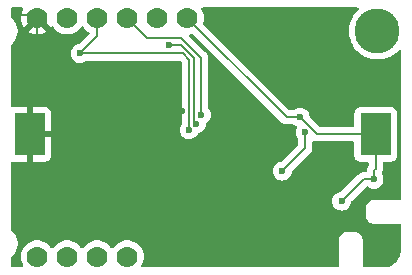
<source format=gbr>
%TF.GenerationSoftware,KiCad,Pcbnew,8.0.4*%
%TF.CreationDate,2024-08-13T11:19:50+12:00*%
%TF.ProjectId,yuzu-pcb,79757a75-2d70-4636-922e-6b696361645f,rev?*%
%TF.SameCoordinates,Original*%
%TF.FileFunction,Copper,L2,Bot*%
%TF.FilePolarity,Positive*%
%FSLAX46Y46*%
G04 Gerber Fmt 4.6, Leading zero omitted, Abs format (unit mm)*
G04 Created by KiCad (PCBNEW 8.0.4) date 2024-08-13 11:19:50*
%MOMM*%
%LPD*%
G01*
G04 APERTURE LIST*
%TA.AperFunction,ComponentPad*%
%ADD10C,1.778000*%
%TD*%
%TA.AperFunction,ComponentPad*%
%ADD11C,3.810000*%
%TD*%
%TA.AperFunction,SMDPad,CuDef*%
%ADD12R,2.600000X3.600000*%
%TD*%
%TA.AperFunction,ViaPad*%
%ADD13C,0.600000*%
%TD*%
%TA.AperFunction,Conductor*%
%ADD14C,0.200000*%
%TD*%
G04 APERTURE END LIST*
D10*
%TO.P,TP3,1,1*%
%TO.N,Net-(U1-P0.02{slash}AIN0)*%
X110780000Y-121600000D03*
%TD*%
%TO.P,TP2,1,1*%
%TO.N,Net-(U1-P0.28{slash}AIN4)*%
X108240000Y-121600000D03*
%TD*%
%TO.P,TP9,1,1*%
%TO.N,/RESET*%
X115860000Y-101400000D03*
%TD*%
%TO.P,TP4,1,1*%
%TO.N,Net-(U1-P0.29{slash}AIN5)*%
X113320000Y-121600000D03*
%TD*%
%TO.P,TP6,1,1*%
%TO.N,/SWCLK*%
X108240000Y-101400000D03*
%TD*%
%TO.P,TP1,1,1*%
%TO.N,Net-(U1-P0.03{slash}AIN1)*%
X105700000Y-121600000D03*
%TD*%
%TO.P,TP5,1,1*%
%TO.N,GND*%
X105700000Y-101400000D03*
%TD*%
D11*
%TO.P,REF\u002A\u002A,1*%
%TO.N,N/C*%
X134500000Y-102500000D03*
%TD*%
D10*
%TO.P,TP10,1,1*%
%TO.N,/nrf_VDD*%
X118400000Y-101400000D03*
%TD*%
%TO.P,TP8,1,1*%
%TO.N,/SWO*%
X113320000Y-101400000D03*
%TD*%
%TO.P,TP7,1,1*%
%TO.N,/SWDIO*%
X110780000Y-101400000D03*
%TD*%
D12*
%TO.P,BT1,1,+*%
%TO.N,/nrf_VDD*%
X134350000Y-111250000D03*
%TO.P,BT1,2,-*%
%TO.N,GND*%
X105050000Y-111250000D03*
%TD*%
D13*
%TO.N,/nrf_VDD*%
X134350000Y-111250000D03*
X134200000Y-115050000D03*
X131468329Y-116900000D03*
X127950000Y-109800000D03*
%TO.N,GND*%
X108750000Y-110250000D03*
X123240000Y-103600000D03*
X129740000Y-116350000D03*
X105240000Y-119100000D03*
X109490000Y-119100000D03*
X125990000Y-116850000D03*
X135200735Y-119549265D03*
X112250000Y-113750000D03*
X117914215Y-109250000D03*
X135750000Y-114750000D03*
%TO.N,/SCL*%
X128384098Y-111082628D03*
X126445735Y-114350000D03*
%TO.N,/SWDIO*%
X109320000Y-104400000D03*
X118555421Y-110862149D03*
%TO.N,/SWO*%
X119590000Y-109600000D03*
%TO.N,/SWCLK*%
X119170000Y-110350000D03*
X116820000Y-103650000D03*
%TD*%
D14*
%TO.N,/nrf_VDD*%
X134200000Y-114300000D02*
X134350000Y-114150000D01*
X129400000Y-111250000D02*
X134350000Y-111250000D01*
X118400000Y-101400000D02*
X126800000Y-109800000D01*
X134200000Y-115050000D02*
X134200000Y-114300000D01*
X126800000Y-109800000D02*
X127950000Y-109800000D01*
X134350000Y-114150000D02*
X134350000Y-111250000D01*
X127950000Y-109800000D02*
X129400000Y-111250000D01*
X133318329Y-115050000D02*
X134200000Y-115050000D01*
X131468329Y-116900000D02*
X133318329Y-115050000D01*
%TO.N,GND*%
X105700000Y-101400000D02*
X105700000Y-102900000D01*
X105450000Y-101150000D02*
X104200000Y-101150000D01*
X105450000Y-101150000D02*
X105700000Y-101400000D01*
%TO.N,/SCL*%
X128384098Y-112411637D02*
X126445735Y-114350000D01*
X128384098Y-111082628D02*
X128384098Y-112411637D01*
%TO.N,/SWDIO*%
X118555421Y-110862149D02*
X118570000Y-110847570D01*
X118570000Y-104920000D02*
X118050000Y-104400000D01*
X118570000Y-110847570D02*
X118570000Y-104920000D01*
X118050000Y-104400000D02*
X109320000Y-104400000D01*
X110780000Y-101400000D02*
X110780000Y-102940000D01*
X110780000Y-102940000D02*
X109320000Y-104400000D01*
%TO.N,/SWO*%
X114970000Y-103050000D02*
X113320000Y-101400000D01*
X119570000Y-109580000D02*
X119570000Y-104788628D01*
X119570000Y-104788628D02*
X117831372Y-103050000D01*
X117831372Y-103050000D02*
X114970000Y-103050000D01*
X119590000Y-109600000D02*
X119570000Y-109580000D01*
%TO.N,/SWCLK*%
X118990000Y-110170000D02*
X118990000Y-104774314D01*
X117865686Y-103650000D02*
X116820000Y-103650000D01*
X118990000Y-104774314D02*
X117865686Y-103650000D01*
X119170000Y-110350000D02*
X118990000Y-110170000D01*
%TD*%
%TA.AperFunction,Conductor*%
%TO.N,GND*%
G36*
X104466412Y-100520185D02*
G01*
X104512167Y-100572989D01*
X104522111Y-100642147D01*
X104503182Y-100692321D01*
X104474224Y-100736644D01*
X104381757Y-100947446D01*
X104325249Y-101170591D01*
X104325247Y-101170603D01*
X104306240Y-101399994D01*
X104306240Y-101400005D01*
X104325247Y-101629396D01*
X104325249Y-101629408D01*
X104381757Y-101852553D01*
X104474223Y-102063352D01*
X104556760Y-102189684D01*
X105217036Y-101529407D01*
X105234075Y-101592993D01*
X105299901Y-101707007D01*
X105392993Y-101800099D01*
X105507007Y-101865925D01*
X105570590Y-101882962D01*
X104909040Y-102544512D01*
X104909040Y-102544514D01*
X104937677Y-102566803D01*
X104937683Y-102566807D01*
X105140131Y-102676367D01*
X105140140Y-102676370D01*
X105357849Y-102751110D01*
X105584905Y-102789000D01*
X105815095Y-102789000D01*
X106042150Y-102751110D01*
X106259859Y-102676370D01*
X106259868Y-102676367D01*
X106462315Y-102566807D01*
X106462316Y-102566806D01*
X106490958Y-102544513D01*
X106490959Y-102544511D01*
X105829410Y-101882962D01*
X105892993Y-101865925D01*
X106007007Y-101800099D01*
X106100099Y-101707007D01*
X106165925Y-101592993D01*
X106182962Y-101529409D01*
X106843238Y-102189685D01*
X106865892Y-102155012D01*
X106919038Y-102109656D01*
X106988269Y-102100232D01*
X107051605Y-102129734D01*
X107073509Y-102155013D01*
X107139728Y-102256370D01*
X107139731Y-102256373D01*
X107295692Y-102425792D01*
X107391027Y-102499994D01*
X107476868Y-102566807D01*
X107477411Y-102567229D01*
X107679931Y-102676828D01*
X107793025Y-102715653D01*
X107897725Y-102751597D01*
X107897727Y-102751597D01*
X107897729Y-102751598D01*
X108124863Y-102789500D01*
X108124864Y-102789500D01*
X108355136Y-102789500D01*
X108355137Y-102789500D01*
X108582271Y-102751598D01*
X108583693Y-102751110D01*
X108590662Y-102748717D01*
X108800069Y-102676828D01*
X109002589Y-102567229D01*
X109184308Y-102425792D01*
X109340269Y-102256373D01*
X109378460Y-102197918D01*
X109406191Y-102155472D01*
X109459337Y-102110115D01*
X109528569Y-102100691D01*
X109591905Y-102130193D01*
X109613809Y-102155472D01*
X109679728Y-102256370D01*
X109679731Y-102256373D01*
X109835692Y-102425792D01*
X109931027Y-102499994D01*
X110016868Y-102566807D01*
X110017411Y-102567229D01*
X110056813Y-102588552D01*
X110106402Y-102637769D01*
X110121512Y-102705985D01*
X110097342Y-102771541D01*
X110085476Y-102785287D01*
X109301465Y-103569298D01*
X109240142Y-103602783D01*
X109227668Y-103604837D01*
X109140750Y-103614630D01*
X108970478Y-103674210D01*
X108817737Y-103770184D01*
X108690184Y-103897737D01*
X108594211Y-104050476D01*
X108534631Y-104220745D01*
X108534630Y-104220750D01*
X108514435Y-104399996D01*
X108514435Y-104400003D01*
X108534630Y-104579249D01*
X108534631Y-104579254D01*
X108594211Y-104749523D01*
X108668381Y-104867563D01*
X108690184Y-104902262D01*
X108817738Y-105029816D01*
X108970478Y-105125789D01*
X109093211Y-105168735D01*
X109140745Y-105185368D01*
X109140750Y-105185369D01*
X109319996Y-105205565D01*
X109320000Y-105205565D01*
X109320004Y-105205565D01*
X109499249Y-105185369D01*
X109499252Y-105185368D01*
X109499255Y-105185368D01*
X109669522Y-105125789D01*
X109822262Y-105029816D01*
X109822267Y-105029810D01*
X109825097Y-105027555D01*
X109827275Y-105026665D01*
X109828158Y-105026111D01*
X109828255Y-105026265D01*
X109889783Y-105001145D01*
X109902412Y-105000500D01*
X117749903Y-105000500D01*
X117816942Y-105020185D01*
X117837584Y-105036819D01*
X117933181Y-105132416D01*
X117966666Y-105193739D01*
X117969500Y-105220097D01*
X117969500Y-110264630D01*
X117949815Y-110331669D01*
X117933181Y-110352311D01*
X117925605Y-110359886D01*
X117829632Y-110512625D01*
X117770052Y-110682894D01*
X117770051Y-110682899D01*
X117749856Y-110862145D01*
X117749856Y-110862152D01*
X117770051Y-111041398D01*
X117770052Y-111041403D01*
X117829632Y-111211672D01*
X117861182Y-111261883D01*
X117925605Y-111364411D01*
X118053159Y-111491965D01*
X118065947Y-111500000D01*
X118201049Y-111584891D01*
X118205899Y-111587938D01*
X118280969Y-111614206D01*
X118376166Y-111647517D01*
X118376171Y-111647518D01*
X118555417Y-111667714D01*
X118555421Y-111667714D01*
X118555425Y-111667714D01*
X118734670Y-111647518D01*
X118734673Y-111647517D01*
X118734676Y-111647517D01*
X118904943Y-111587938D01*
X119057683Y-111491965D01*
X119185237Y-111364411D01*
X119281210Y-111211671D01*
X119282415Y-111208226D01*
X119283798Y-111206297D01*
X119284233Y-111205395D01*
X119284390Y-111205471D01*
X119323131Y-111151448D01*
X119358503Y-111132131D01*
X119519522Y-111075789D01*
X119672262Y-110979816D01*
X119799816Y-110852262D01*
X119895789Y-110699522D01*
X119955368Y-110529255D01*
X119974561Y-110358909D01*
X120001627Y-110294496D01*
X120031805Y-110267802D01*
X120092262Y-110229816D01*
X120219816Y-110102262D01*
X120315789Y-109949522D01*
X120375368Y-109779255D01*
X120378576Y-109750784D01*
X120395565Y-109600003D01*
X120395565Y-109599996D01*
X120375369Y-109420750D01*
X120375368Y-109420745D01*
X120332326Y-109297738D01*
X120315789Y-109250478D01*
X120219816Y-109097738D01*
X120206819Y-109084741D01*
X120173334Y-109023418D01*
X120170500Y-108997060D01*
X120170500Y-104709571D01*
X120169145Y-104704512D01*
X120169145Y-104704511D01*
X120135582Y-104579254D01*
X120129577Y-104556843D01*
X120084667Y-104479057D01*
X120050520Y-104419912D01*
X119938716Y-104308108D01*
X119938715Y-104308107D01*
X119934385Y-104303777D01*
X119934374Y-104303767D01*
X118604036Y-102973429D01*
X118570551Y-102912106D01*
X118575535Y-102842414D01*
X118617407Y-102786481D01*
X118671307Y-102763439D01*
X118713070Y-102756470D01*
X118742267Y-102751599D01*
X118742268Y-102751598D01*
X118742271Y-102751598D01*
X118788239Y-102735816D01*
X118858034Y-102732666D01*
X118916182Y-102765417D01*
X126315139Y-110164374D01*
X126315149Y-110164385D01*
X126319479Y-110168715D01*
X126319480Y-110168716D01*
X126431284Y-110280520D01*
X126504630Y-110322866D01*
X126568215Y-110359577D01*
X126720943Y-110400501D01*
X126720946Y-110400501D01*
X126886653Y-110400501D01*
X126886669Y-110400500D01*
X127367588Y-110400500D01*
X127434627Y-110420185D01*
X127444903Y-110427555D01*
X127447736Y-110429814D01*
X127447738Y-110429816D01*
X127530507Y-110481823D01*
X127600477Y-110525789D01*
X127607905Y-110528388D01*
X127664682Y-110569109D01*
X127690430Y-110634062D01*
X127676974Y-110702623D01*
X127671946Y-110711401D01*
X127658310Y-110733102D01*
X127598729Y-110903373D01*
X127598728Y-110903378D01*
X127578533Y-111082624D01*
X127578533Y-111082631D01*
X127598728Y-111261877D01*
X127598729Y-111261882D01*
X127658309Y-111432151D01*
X127754283Y-111584891D01*
X127756543Y-111587725D01*
X127757432Y-111589903D01*
X127757987Y-111590786D01*
X127757832Y-111590883D01*
X127782953Y-111652411D01*
X127783598Y-111665040D01*
X127783598Y-112111539D01*
X127763913Y-112178578D01*
X127747279Y-112199220D01*
X126427200Y-113519298D01*
X126365877Y-113552783D01*
X126353403Y-113554837D01*
X126266485Y-113564630D01*
X126096213Y-113624210D01*
X125943472Y-113720184D01*
X125815919Y-113847737D01*
X125719946Y-114000476D01*
X125660366Y-114170745D01*
X125660365Y-114170750D01*
X125640170Y-114349996D01*
X125640170Y-114350003D01*
X125660365Y-114529249D01*
X125660366Y-114529254D01*
X125719946Y-114699523D01*
X125815919Y-114852262D01*
X125943473Y-114979816D01*
X126096213Y-115075789D01*
X126266480Y-115135368D01*
X126266485Y-115135369D01*
X126445731Y-115155565D01*
X126445735Y-115155565D01*
X126445739Y-115155565D01*
X126624984Y-115135369D01*
X126624987Y-115135368D01*
X126624990Y-115135368D01*
X126795257Y-115075789D01*
X126947997Y-114979816D01*
X127075551Y-114852262D01*
X127171524Y-114699522D01*
X127231103Y-114529255D01*
X127240896Y-114442329D01*
X127267961Y-114377918D01*
X127276425Y-114368543D01*
X128752811Y-112892158D01*
X128752814Y-112892157D01*
X128864618Y-112780353D01*
X128914737Y-112693541D01*
X128943675Y-112643422D01*
X128984598Y-112490695D01*
X128984598Y-112332580D01*
X128984598Y-111918339D01*
X129004283Y-111851300D01*
X129057087Y-111805545D01*
X129126245Y-111795601D01*
X129160320Y-111807395D01*
X129160706Y-111806466D01*
X129168214Y-111809576D01*
X129168216Y-111809577D01*
X129320943Y-111850501D01*
X129320945Y-111850501D01*
X129486654Y-111850501D01*
X129486670Y-111850500D01*
X132425501Y-111850500D01*
X132492540Y-111870185D01*
X132538295Y-111922989D01*
X132549501Y-111974500D01*
X132549501Y-113097876D01*
X132555908Y-113157483D01*
X132606202Y-113292328D01*
X132606206Y-113292335D01*
X132692452Y-113407544D01*
X132692455Y-113407547D01*
X132807664Y-113493793D01*
X132807671Y-113493797D01*
X132852618Y-113510561D01*
X132942517Y-113544091D01*
X133002127Y-113550500D01*
X133625500Y-113550499D01*
X133692539Y-113570183D01*
X133738294Y-113622987D01*
X133749500Y-113674499D01*
X133749500Y-113850069D01*
X133729815Y-113917108D01*
X133723875Y-113925557D01*
X133719480Y-113931284D01*
X133690613Y-113981284D01*
X133640423Y-114068215D01*
X133599499Y-114220943D01*
X133599499Y-114220945D01*
X133599499Y-114325500D01*
X133579814Y-114392539D01*
X133527010Y-114438294D01*
X133475499Y-114449500D01*
X133397386Y-114449500D01*
X133239272Y-114449500D01*
X133086544Y-114490423D01*
X133086543Y-114490423D01*
X133086541Y-114490424D01*
X133086538Y-114490425D01*
X133051395Y-114510716D01*
X133051393Y-114510717D01*
X132949619Y-114569475D01*
X132949611Y-114569481D01*
X132837807Y-114681286D01*
X131449794Y-116069298D01*
X131388471Y-116102783D01*
X131375997Y-116104837D01*
X131289079Y-116114630D01*
X131118807Y-116174210D01*
X130966066Y-116270184D01*
X130838513Y-116397737D01*
X130742540Y-116550476D01*
X130682960Y-116720745D01*
X130682959Y-116720750D01*
X130662764Y-116899996D01*
X130662764Y-116900003D01*
X130682959Y-117079249D01*
X130682960Y-117079254D01*
X130742540Y-117249523D01*
X130771538Y-117295672D01*
X130838513Y-117402262D01*
X130966067Y-117529816D01*
X131118807Y-117625789D01*
X131171177Y-117644114D01*
X131289074Y-117685368D01*
X131289079Y-117685369D01*
X131468325Y-117705565D01*
X131468329Y-117705565D01*
X131468333Y-117705565D01*
X131647578Y-117685369D01*
X131647581Y-117685368D01*
X131647584Y-117685368D01*
X131817851Y-117625789D01*
X131970591Y-117529816D01*
X132098145Y-117402262D01*
X132194118Y-117249522D01*
X132253697Y-117079255D01*
X132263490Y-116992329D01*
X132290555Y-116927918D01*
X132299019Y-116918543D01*
X133530375Y-115687188D01*
X133591696Y-115653705D01*
X133661388Y-115658689D01*
X133695374Y-115677930D01*
X133697734Y-115679812D01*
X133697738Y-115679816D01*
X133850478Y-115775789D01*
X134020745Y-115835368D01*
X134020750Y-115835369D01*
X134199996Y-115855565D01*
X134200000Y-115855565D01*
X134200004Y-115855565D01*
X134379249Y-115835369D01*
X134379252Y-115835368D01*
X134379255Y-115835368D01*
X134549522Y-115775789D01*
X134702262Y-115679816D01*
X134829816Y-115552262D01*
X134925789Y-115399522D01*
X134985368Y-115229255D01*
X134993671Y-115155565D01*
X135005565Y-115050003D01*
X135005565Y-115049996D01*
X134985369Y-114870750D01*
X134985368Y-114870745D01*
X134925789Y-114700478D01*
X134861201Y-114597688D01*
X134842202Y-114530453D01*
X134858807Y-114469720D01*
X134899349Y-114399500D01*
X134909577Y-114381785D01*
X134950501Y-114229057D01*
X134950501Y-114070943D01*
X134950501Y-114063348D01*
X134950500Y-114063330D01*
X134950500Y-113674499D01*
X134970185Y-113607460D01*
X135022989Y-113561705D01*
X135074500Y-113550499D01*
X135697871Y-113550499D01*
X135697872Y-113550499D01*
X135757483Y-113544091D01*
X135892331Y-113493796D01*
X136007546Y-113407546D01*
X136093796Y-113292331D01*
X136144091Y-113157483D01*
X136150500Y-113097873D01*
X136150499Y-109402128D01*
X136144091Y-109342517D01*
X136093884Y-109207906D01*
X136093797Y-109207671D01*
X136093793Y-109207664D01*
X136007547Y-109092455D01*
X136007544Y-109092452D01*
X135892335Y-109006206D01*
X135892328Y-109006202D01*
X135757482Y-108955908D01*
X135757483Y-108955908D01*
X135697883Y-108949501D01*
X135697881Y-108949500D01*
X135697873Y-108949500D01*
X135697864Y-108949500D01*
X133002129Y-108949500D01*
X133002123Y-108949501D01*
X132942516Y-108955908D01*
X132807671Y-109006202D01*
X132807664Y-109006206D01*
X132692455Y-109092452D01*
X132692452Y-109092455D01*
X132606206Y-109207664D01*
X132606202Y-109207671D01*
X132555908Y-109342517D01*
X132549501Y-109402116D01*
X132549501Y-109402123D01*
X132549500Y-109402135D01*
X132549500Y-110525500D01*
X132529815Y-110592539D01*
X132477011Y-110638294D01*
X132425500Y-110649500D01*
X129700098Y-110649500D01*
X129633059Y-110629815D01*
X129612417Y-110613181D01*
X128780700Y-109781465D01*
X128747215Y-109720142D01*
X128745163Y-109707686D01*
X128735368Y-109620745D01*
X128675789Y-109450478D01*
X128579816Y-109297738D01*
X128452262Y-109170184D01*
X128441117Y-109163181D01*
X128299523Y-109074211D01*
X128129254Y-109014631D01*
X128129249Y-109014630D01*
X127950004Y-108994435D01*
X127949996Y-108994435D01*
X127770750Y-109014630D01*
X127770745Y-109014631D01*
X127600476Y-109074211D01*
X127447736Y-109170185D01*
X127444903Y-109172445D01*
X127442724Y-109173334D01*
X127441842Y-109173889D01*
X127441744Y-109173734D01*
X127380217Y-109198855D01*
X127367588Y-109199500D01*
X127100097Y-109199500D01*
X127033058Y-109179815D01*
X127012416Y-109163181D01*
X119765150Y-101915915D01*
X119731665Y-101854592D01*
X119732625Y-101797794D01*
X119743828Y-101753553D01*
X119775246Y-101629488D01*
X119785192Y-101509461D01*
X119794262Y-101400005D01*
X119794262Y-101399994D01*
X119777652Y-101199552D01*
X119775246Y-101170512D01*
X119718717Y-100947284D01*
X119626217Y-100736405D01*
X119612162Y-100714892D01*
X119597416Y-100692321D01*
X119577228Y-100625431D01*
X119596409Y-100558246D01*
X119648868Y-100512096D01*
X119701225Y-100500500D01*
X132802061Y-100500500D01*
X132869100Y-100520185D01*
X132914855Y-100572989D01*
X132924799Y-100642147D01*
X132895774Y-100705703D01*
X132886945Y-100714892D01*
X132743001Y-100850064D01*
X132550058Y-101083291D01*
X132387880Y-101338844D01*
X132259000Y-101612728D01*
X132165468Y-101900589D01*
X132108749Y-102197918D01*
X132108748Y-102197925D01*
X132089744Y-102499994D01*
X132089744Y-102500005D01*
X132108748Y-102802074D01*
X132108749Y-102802081D01*
X132165468Y-103099410D01*
X132229642Y-103296916D01*
X132259001Y-103387274D01*
X132387877Y-103661150D01*
X132387879Y-103661153D01*
X132387880Y-103661155D01*
X132550058Y-103916708D01*
X132550061Y-103916712D01*
X132550062Y-103916713D01*
X132742999Y-104149934D01*
X132911438Y-104308108D01*
X132963643Y-104357132D01*
X132963653Y-104357140D01*
X133208508Y-104535038D01*
X133208513Y-104535040D01*
X133208520Y-104535046D01*
X133473763Y-104680865D01*
X133473768Y-104680867D01*
X133473770Y-104680868D01*
X133473771Y-104680869D01*
X133755186Y-104792289D01*
X133755189Y-104792290D01*
X134048359Y-104867563D01*
X134048363Y-104867564D01*
X134111360Y-104875522D01*
X134348647Y-104905499D01*
X134348656Y-104905499D01*
X134348659Y-104905500D01*
X134348661Y-104905500D01*
X134651339Y-104905500D01*
X134651341Y-104905500D01*
X134651344Y-104905499D01*
X134651352Y-104905499D01*
X134830539Y-104882862D01*
X134951637Y-104867564D01*
X135244810Y-104792290D01*
X135244813Y-104792289D01*
X135526228Y-104680869D01*
X135526229Y-104680868D01*
X135526227Y-104680868D01*
X135526237Y-104680865D01*
X135791480Y-104535046D01*
X136036355Y-104357134D01*
X136257001Y-104149934D01*
X136279956Y-104122185D01*
X136337855Y-104083078D01*
X136407707Y-104081482D01*
X136467333Y-104117903D01*
X136497802Y-104180778D01*
X136499500Y-104201226D01*
X136499500Y-116675500D01*
X136479815Y-116742539D01*
X136427011Y-116788294D01*
X136375500Y-116799500D01*
X134131005Y-116799500D01*
X133995677Y-116826418D01*
X133995667Y-116826421D01*
X133868195Y-116879221D01*
X133868182Y-116879228D01*
X133753458Y-116955885D01*
X133753454Y-116955888D01*
X133655888Y-117053454D01*
X133655885Y-117053458D01*
X133579228Y-117168182D01*
X133579221Y-117168195D01*
X133526421Y-117295667D01*
X133526418Y-117295677D01*
X133499500Y-117431004D01*
X133499500Y-117431007D01*
X133499500Y-117434108D01*
X133499500Y-118034108D01*
X133499500Y-118100000D01*
X133499500Y-118168993D01*
X133499500Y-118168995D01*
X133499499Y-118168995D01*
X133526418Y-118304322D01*
X133526421Y-118304332D01*
X133579221Y-118431804D01*
X133579228Y-118431817D01*
X133655885Y-118546541D01*
X133655888Y-118546545D01*
X133753454Y-118644111D01*
X133753458Y-118644114D01*
X133868182Y-118720771D01*
X133868195Y-118720778D01*
X133995667Y-118773578D01*
X133995672Y-118773580D01*
X133995676Y-118773580D01*
X133995677Y-118773581D01*
X134131004Y-118800500D01*
X134131007Y-118800500D01*
X134134108Y-118800500D01*
X136375500Y-118800500D01*
X136442539Y-118820185D01*
X136488294Y-118872989D01*
X136499500Y-118924500D01*
X136499500Y-120995572D01*
X136499184Y-121004419D01*
X136484869Y-121204557D01*
X136482351Y-121222068D01*
X136440646Y-121413787D01*
X136435662Y-121430763D01*
X136367090Y-121614609D01*
X136359740Y-121630701D01*
X136265711Y-121802904D01*
X136256146Y-121817789D01*
X136138558Y-121974867D01*
X136126972Y-121988237D01*
X135988237Y-122126972D01*
X135974867Y-122138558D01*
X135817789Y-122256146D01*
X135802904Y-122265711D01*
X135630701Y-122359740D01*
X135614609Y-122367090D01*
X135430763Y-122435662D01*
X135413787Y-122440646D01*
X135222068Y-122482351D01*
X135204557Y-122484869D01*
X135023779Y-122497799D01*
X135004417Y-122499184D01*
X134995572Y-122499500D01*
X133374500Y-122499500D01*
X133307461Y-122479815D01*
X133261706Y-122427011D01*
X133250500Y-122375500D01*
X133250500Y-120131004D01*
X133223581Y-119995677D01*
X133223580Y-119995676D01*
X133223580Y-119995672D01*
X133190714Y-119916325D01*
X133170778Y-119868195D01*
X133170771Y-119868182D01*
X133094114Y-119753458D01*
X133094111Y-119753454D01*
X132996545Y-119655888D01*
X132996541Y-119655885D01*
X132881817Y-119579228D01*
X132881804Y-119579221D01*
X132754332Y-119526421D01*
X132754322Y-119526418D01*
X132618995Y-119499500D01*
X132618993Y-119499500D01*
X132615892Y-119499500D01*
X132015892Y-119499500D01*
X131950000Y-119499500D01*
X131881007Y-119499500D01*
X131881005Y-119499500D01*
X131745677Y-119526418D01*
X131745667Y-119526421D01*
X131618195Y-119579221D01*
X131618182Y-119579228D01*
X131503458Y-119655885D01*
X131503454Y-119655888D01*
X131405888Y-119753454D01*
X131405885Y-119753458D01*
X131329228Y-119868182D01*
X131329221Y-119868195D01*
X131276421Y-119995667D01*
X131276418Y-119995677D01*
X131249500Y-120131004D01*
X131249500Y-122375500D01*
X131229815Y-122442539D01*
X131177011Y-122488294D01*
X131125500Y-122499500D01*
X114621225Y-122499500D01*
X114554186Y-122479815D01*
X114508431Y-122427011D01*
X114498487Y-122357853D01*
X114517416Y-122307679D01*
X114529608Y-122289016D01*
X114546217Y-122263595D01*
X114638717Y-122052716D01*
X114695246Y-121829488D01*
X114711718Y-121630701D01*
X114714262Y-121600005D01*
X114714262Y-121599994D01*
X114695246Y-121370515D01*
X114695246Y-121370512D01*
X114638717Y-121147284D01*
X114546217Y-120936405D01*
X114521980Y-120899308D01*
X114420271Y-120743629D01*
X114393355Y-120714390D01*
X114264308Y-120574208D01*
X114196036Y-120521070D01*
X114082591Y-120432772D01*
X113880069Y-120323172D01*
X113880061Y-120323169D01*
X113662274Y-120248402D01*
X113491920Y-120219975D01*
X113435137Y-120210500D01*
X113204863Y-120210500D01*
X113159436Y-120218080D01*
X112977725Y-120248402D01*
X112759938Y-120323169D01*
X112759930Y-120323172D01*
X112557408Y-120432772D01*
X112375694Y-120574206D01*
X112375689Y-120574211D01*
X112219727Y-120743630D01*
X112153808Y-120844528D01*
X112100662Y-120889884D01*
X112031431Y-120899308D01*
X111968095Y-120869806D01*
X111946192Y-120844528D01*
X111880272Y-120743630D01*
X111843104Y-120703256D01*
X111724308Y-120574208D01*
X111656036Y-120521070D01*
X111542591Y-120432772D01*
X111340069Y-120323172D01*
X111340061Y-120323169D01*
X111122274Y-120248402D01*
X110951920Y-120219975D01*
X110895137Y-120210500D01*
X110664863Y-120210500D01*
X110619436Y-120218080D01*
X110437725Y-120248402D01*
X110219938Y-120323169D01*
X110219930Y-120323172D01*
X110017408Y-120432772D01*
X109835694Y-120574206D01*
X109835689Y-120574211D01*
X109679727Y-120743630D01*
X109613808Y-120844528D01*
X109560662Y-120889884D01*
X109491431Y-120899308D01*
X109428095Y-120869806D01*
X109406192Y-120844528D01*
X109340272Y-120743630D01*
X109303104Y-120703256D01*
X109184308Y-120574208D01*
X109116036Y-120521070D01*
X109002591Y-120432772D01*
X108800069Y-120323172D01*
X108800061Y-120323169D01*
X108582274Y-120248402D01*
X108411920Y-120219975D01*
X108355137Y-120210500D01*
X108124863Y-120210500D01*
X108079436Y-120218080D01*
X107897725Y-120248402D01*
X107679938Y-120323169D01*
X107679930Y-120323172D01*
X107477408Y-120432772D01*
X107295694Y-120574206D01*
X107295689Y-120574211D01*
X107139727Y-120743630D01*
X107073808Y-120844528D01*
X107020662Y-120889884D01*
X106951431Y-120899308D01*
X106888095Y-120869806D01*
X106866192Y-120844528D01*
X106800272Y-120743630D01*
X106763104Y-120703256D01*
X106644308Y-120574208D01*
X106576036Y-120521070D01*
X106462591Y-120432772D01*
X106260069Y-120323172D01*
X106260061Y-120323169D01*
X106042274Y-120248402D01*
X105871920Y-120219975D01*
X105815137Y-120210500D01*
X105584863Y-120210500D01*
X105539436Y-120218080D01*
X105357725Y-120248402D01*
X105139938Y-120323169D01*
X105139930Y-120323172D01*
X104937408Y-120432772D01*
X104755694Y-120574206D01*
X104755689Y-120574211D01*
X104599728Y-120743629D01*
X104473782Y-120936405D01*
X104381282Y-121147285D01*
X104324753Y-121370515D01*
X104305738Y-121599994D01*
X104305738Y-121600005D01*
X104324753Y-121829484D01*
X104381282Y-122052714D01*
X104473782Y-122263594D01*
X104502584Y-122307679D01*
X104522772Y-122374569D01*
X104503591Y-122441754D01*
X104451132Y-122487904D01*
X104398775Y-122499500D01*
X103594000Y-122499500D01*
X103526961Y-122479815D01*
X103481206Y-122427011D01*
X103470000Y-122375500D01*
X103470000Y-121731674D01*
X103489685Y-121664635D01*
X103506319Y-121643993D01*
X103550318Y-121599994D01*
X103659773Y-121490539D01*
X103800448Y-121296916D01*
X103909103Y-121083670D01*
X103983061Y-120856051D01*
X104003953Y-120724135D01*
X104020500Y-120619671D01*
X104020500Y-120380328D01*
X103993601Y-120210500D01*
X103983061Y-120143949D01*
X103909103Y-119916330D01*
X103909101Y-119916327D01*
X103909101Y-119916325D01*
X103869681Y-119838961D01*
X103800448Y-119703084D01*
X103710462Y-119579228D01*
X103659779Y-119509468D01*
X103659775Y-119509464D01*
X103659773Y-119509461D01*
X103506318Y-119356006D01*
X103472834Y-119294683D01*
X103470000Y-119268325D01*
X103470000Y-118061362D01*
X103480000Y-118027306D01*
X103480000Y-113661536D01*
X103499685Y-113594497D01*
X103552489Y-113548742D01*
X103621647Y-113538798D01*
X103634978Y-113542201D01*
X103635070Y-113541813D01*
X103642627Y-113543598D01*
X103702155Y-113549999D01*
X103702172Y-113550000D01*
X104800000Y-113550000D01*
X105300000Y-113550000D01*
X106397828Y-113550000D01*
X106397844Y-113549999D01*
X106457372Y-113543598D01*
X106457379Y-113543596D01*
X106592086Y-113493354D01*
X106592093Y-113493350D01*
X106707187Y-113407190D01*
X106707190Y-113407187D01*
X106793350Y-113292093D01*
X106793354Y-113292086D01*
X106843596Y-113157379D01*
X106843598Y-113157372D01*
X106849999Y-113097844D01*
X106850000Y-113097827D01*
X106850000Y-111500000D01*
X105300000Y-111500000D01*
X105300000Y-113550000D01*
X104800000Y-113550000D01*
X104800000Y-111000000D01*
X105300000Y-111000000D01*
X106850000Y-111000000D01*
X106850000Y-109402172D01*
X106849999Y-109402155D01*
X106843598Y-109342627D01*
X106843596Y-109342620D01*
X106793354Y-109207913D01*
X106793350Y-109207906D01*
X106707190Y-109092812D01*
X106707187Y-109092809D01*
X106592093Y-109006649D01*
X106592086Y-109006645D01*
X106457379Y-108956403D01*
X106457372Y-108956401D01*
X106397844Y-108950000D01*
X105300000Y-108950000D01*
X105300000Y-111000000D01*
X104800000Y-111000000D01*
X104800000Y-108950000D01*
X103702155Y-108950000D01*
X103642627Y-108956401D01*
X103635070Y-108958187D01*
X103634451Y-108955569D01*
X103577623Y-108959625D01*
X103516305Y-108926130D01*
X103482830Y-108864802D01*
X103480000Y-108838463D01*
X103480000Y-104978119D01*
X103472834Y-104964996D01*
X103470000Y-104938638D01*
X103470000Y-103731674D01*
X103489685Y-103664635D01*
X103506319Y-103643993D01*
X103582199Y-103568113D01*
X103659773Y-103490539D01*
X103800448Y-103296916D01*
X103909103Y-103083670D01*
X103983061Y-102856051D01*
X104003953Y-102724135D01*
X104020500Y-102619671D01*
X104020500Y-102380328D01*
X104000644Y-102254970D01*
X103983061Y-102143949D01*
X103909103Y-101916330D01*
X103909101Y-101916327D01*
X103909101Y-101916325D01*
X103826163Y-101753553D01*
X103800448Y-101703084D01*
X103746975Y-101629484D01*
X103659779Y-101509468D01*
X103659775Y-101509464D01*
X103659773Y-101509461D01*
X103506318Y-101356006D01*
X103472834Y-101294683D01*
X103470000Y-101268325D01*
X103470000Y-100624500D01*
X103489685Y-100557461D01*
X103542489Y-100511706D01*
X103594000Y-100500500D01*
X104399373Y-100500500D01*
X104466412Y-100520185D01*
G37*
%TD.AperFunction*%
%TD*%
M02*

</source>
